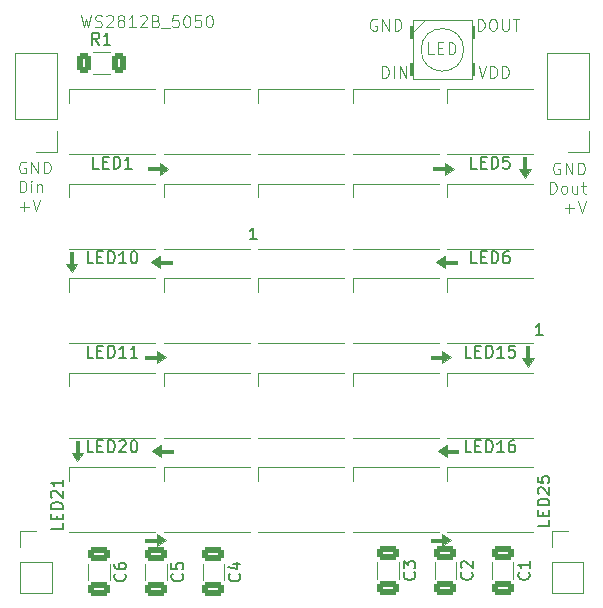
<source format=gto>
G04 #@! TF.GenerationSoftware,KiCad,Pcbnew,8.0.5*
G04 #@! TF.CreationDate,2024-11-25T19:05:47-05:00*
G04 #@! TF.ProjectId,Neo7SegmentMini,4e656f37-5365-4676-9d65-6e744d696e69,rev?*
G04 #@! TF.SameCoordinates,Original*
G04 #@! TF.FileFunction,Legend,Top*
G04 #@! TF.FilePolarity,Positive*
%FSLAX46Y46*%
G04 Gerber Fmt 4.6, Leading zero omitted, Abs format (unit mm)*
G04 Created by KiCad (PCBNEW 8.0.5) date 2024-11-25 19:05:47*
%MOMM*%
%LPD*%
G01*
G04 APERTURE LIST*
G04 Aperture macros list*
%AMRoundRect*
0 Rectangle with rounded corners*
0 $1 Rounding radius*
0 $2 $3 $4 $5 $6 $7 $8 $9 X,Y pos of 4 corners*
0 Add a 4 corners polygon primitive as box body*
4,1,4,$2,$3,$4,$5,$6,$7,$8,$9,$2,$3,0*
0 Add four circle primitives for the rounded corners*
1,1,$1+$1,$2,$3*
1,1,$1+$1,$4,$5*
1,1,$1+$1,$6,$7*
1,1,$1+$1,$8,$9*
0 Add four rect primitives between the rounded corners*
20,1,$1+$1,$2,$3,$4,$5,0*
20,1,$1+$1,$4,$5,$6,$7,0*
20,1,$1+$1,$6,$7,$8,$9,0*
20,1,$1+$1,$8,$9,$2,$3,0*%
G04 Aperture macros list end*
%ADD10C,0.100000*%
%ADD11C,0.150000*%
%ADD12C,0.120000*%
%ADD13R,2.800000X1.800000*%
%ADD14O,2.800000X1.800000*%
%ADD15RoundRect,0.250000X-0.650000X0.325000X-0.650000X-0.325000X0.650000X-0.325000X0.650000X0.325000X0*%
%ADD16R,1.500000X0.900000*%
%ADD17R,1.700000X1.700000*%
%ADD18O,1.700000X1.700000*%
%ADD19C,3.200000*%
%ADD20RoundRect,0.250000X-0.312500X-0.625000X0.312500X-0.625000X0.312500X0.625000X-0.312500X0.625000X0*%
G04 APERTURE END LIST*
D10*
X161100000Y-85750000D02*
X162100000Y-85750000D01*
X162100000Y-86000000D01*
X161100000Y-86000000D01*
X161100000Y-85750000D01*
G36*
X161100000Y-85750000D02*
G01*
X162100000Y-85750000D01*
X162100000Y-86000000D01*
X161100000Y-86000000D01*
X161100000Y-85750000D01*
G37*
X187400000Y-49400000D02*
X187400000Y-54400000D01*
X191875000Y-62750000D02*
X191375000Y-62000000D01*
X192375000Y-62000000D01*
X191875000Y-62750000D01*
G36*
X191875000Y-62750000D02*
G01*
X191375000Y-62000000D01*
X192375000Y-62000000D01*
X191875000Y-62750000D01*
G37*
X185250000Y-86375000D02*
X184500000Y-85875000D01*
X185250000Y-85375000D01*
X185250000Y-86375000D01*
G36*
X185250000Y-86375000D02*
G01*
X184500000Y-85875000D01*
X185250000Y-85375000D01*
X185250000Y-86375000D01*
G37*
X192125000Y-78750000D02*
X191625000Y-78000000D01*
X192625000Y-78000000D01*
X192125000Y-78750000D01*
G36*
X192125000Y-78750000D02*
G01*
X191625000Y-78000000D01*
X192625000Y-78000000D01*
X192125000Y-78750000D01*
G37*
X182400000Y-54400000D02*
X182400000Y-49400000D01*
X187400000Y-49900000D02*
X187600000Y-49900000D01*
X187600000Y-50900000D01*
X187400000Y-50900000D01*
X187400000Y-49900000D01*
G36*
X187400000Y-49900000D02*
G01*
X187600000Y-49900000D01*
X187600000Y-50900000D01*
X187400000Y-50900000D01*
X187400000Y-49900000D01*
G37*
X183400000Y-49400000D02*
X182400000Y-50400000D01*
X185150000Y-69750000D02*
X186150000Y-69750000D01*
X186150000Y-70000000D01*
X185150000Y-70000000D01*
X185150000Y-69750000D01*
G36*
X185150000Y-69750000D02*
G01*
X186150000Y-69750000D01*
X186150000Y-70000000D01*
X185150000Y-70000000D01*
X185150000Y-69750000D01*
G37*
X182400000Y-49400000D02*
X187400000Y-49400000D01*
X186702776Y-51900000D02*
G75*
G02*
X183097224Y-51900000I-1802776J0D01*
G01*
X183097224Y-51900000D02*
G75*
G02*
X186702776Y-51900000I1802776J0D01*
G01*
X185250000Y-85750000D02*
X186250000Y-85750000D01*
X186250000Y-86000000D01*
X185250000Y-86000000D01*
X185250000Y-85750000D01*
G36*
X185250000Y-85750000D02*
G01*
X186250000Y-85750000D01*
X186250000Y-86000000D01*
X185250000Y-86000000D01*
X185250000Y-85750000D01*
G37*
X185850000Y-61975000D02*
X185100000Y-62475000D01*
X185100000Y-61475000D01*
X185850000Y-61975000D01*
G36*
X185850000Y-61975000D02*
G01*
X185100000Y-62475000D01*
X185100000Y-61475000D01*
X185850000Y-61975000D01*
G37*
X154000000Y-86750000D02*
X153500000Y-86000000D01*
X154500000Y-86000000D01*
X154000000Y-86750000D01*
G36*
X154000000Y-86750000D02*
G01*
X153500000Y-86000000D01*
X154500000Y-86000000D01*
X154000000Y-86750000D01*
G37*
X185150000Y-70375000D02*
X184400000Y-69875000D01*
X185150000Y-69375000D01*
X185150000Y-70375000D01*
G36*
X185150000Y-70375000D02*
G01*
X184400000Y-69875000D01*
X185150000Y-69375000D01*
X185150000Y-70375000D01*
G37*
X161000000Y-70375000D02*
X160250000Y-69875000D01*
X161000000Y-69375000D01*
X161000000Y-70375000D01*
G36*
X161000000Y-70375000D02*
G01*
X160250000Y-69875000D01*
X161000000Y-69375000D01*
X161000000Y-70375000D01*
G37*
X182200000Y-49900000D02*
X182400000Y-49900000D01*
X182400000Y-50900000D01*
X182200000Y-50900000D01*
X182200000Y-49900000D01*
G36*
X182200000Y-49900000D02*
G01*
X182400000Y-49900000D01*
X182400000Y-50900000D01*
X182200000Y-50900000D01*
X182200000Y-49900000D01*
G37*
X153875000Y-85000000D02*
X154125000Y-85000000D01*
X154125000Y-86000000D01*
X153875000Y-86000000D01*
X153875000Y-85000000D01*
G36*
X153875000Y-85000000D02*
G01*
X154125000Y-85000000D01*
X154125000Y-86000000D01*
X153875000Y-86000000D01*
X153875000Y-85000000D01*
G37*
X187400000Y-53000000D02*
X187600000Y-53000000D01*
X187600000Y-54000000D01*
X187400000Y-54000000D01*
X187400000Y-53000000D01*
G36*
X187400000Y-53000000D02*
G01*
X187600000Y-53000000D01*
X187600000Y-54000000D01*
X187400000Y-54000000D01*
X187400000Y-53000000D01*
G37*
X159950000Y-61850000D02*
X160950000Y-61850000D01*
X160950000Y-62100000D01*
X159950000Y-62100000D01*
X159950000Y-61850000D01*
G36*
X159950000Y-61850000D02*
G01*
X160950000Y-61850000D01*
X160950000Y-62100000D01*
X159950000Y-62100000D01*
X159950000Y-61850000D01*
G37*
X184100000Y-61850000D02*
X185100000Y-61850000D01*
X185100000Y-62100000D01*
X184100000Y-62100000D01*
X184100000Y-61850000D01*
G36*
X184100000Y-61850000D02*
G01*
X185100000Y-61850000D01*
X185100000Y-62100000D01*
X184100000Y-62100000D01*
X184100000Y-61850000D01*
G37*
X192000000Y-77000000D02*
X192250000Y-77000000D01*
X192250000Y-78000000D01*
X192000000Y-78000000D01*
X192000000Y-77000000D01*
G36*
X192000000Y-77000000D02*
G01*
X192250000Y-77000000D01*
X192250000Y-78000000D01*
X192000000Y-78000000D01*
X192000000Y-77000000D01*
G37*
X161000000Y-69750000D02*
X162000000Y-69750000D01*
X162000000Y-70000000D01*
X161000000Y-70000000D01*
X161000000Y-69750000D01*
G36*
X161000000Y-69750000D02*
G01*
X162000000Y-69750000D01*
X162000000Y-70000000D01*
X161000000Y-70000000D01*
X161000000Y-69750000D01*
G37*
X183900000Y-77800000D02*
X184900000Y-77800000D01*
X184900000Y-78050000D01*
X183900000Y-78050000D01*
X183900000Y-77800000D01*
G36*
X183900000Y-77800000D02*
G01*
X184900000Y-77800000D01*
X184900000Y-78050000D01*
X183900000Y-78050000D01*
X183900000Y-77800000D01*
G37*
X161100000Y-86375000D02*
X160350000Y-85875000D01*
X161100000Y-85375000D01*
X161100000Y-86375000D01*
G36*
X161100000Y-86375000D02*
G01*
X160350000Y-85875000D01*
X161100000Y-85375000D01*
X161100000Y-86375000D01*
G37*
X183900000Y-93300000D02*
X184900000Y-93300000D01*
X184900000Y-93550000D01*
X183900000Y-93550000D01*
X183900000Y-93300000D01*
G36*
X183900000Y-93300000D02*
G01*
X184900000Y-93300000D01*
X184900000Y-93550000D01*
X183900000Y-93550000D01*
X183900000Y-93300000D01*
G37*
X182200000Y-53000000D02*
X182400000Y-53000000D01*
X182400000Y-54000000D01*
X182200000Y-54000000D01*
X182200000Y-53000000D01*
G36*
X182200000Y-53000000D02*
G01*
X182400000Y-53000000D01*
X182400000Y-54000000D01*
X182200000Y-54000000D01*
X182200000Y-53000000D01*
G37*
X159750000Y-93300000D02*
X160750000Y-93300000D01*
X160750000Y-93550000D01*
X159750000Y-93550000D01*
X159750000Y-93300000D01*
G36*
X159750000Y-93300000D02*
G01*
X160750000Y-93300000D01*
X160750000Y-93550000D01*
X159750000Y-93550000D01*
X159750000Y-93300000D01*
G37*
X153375000Y-69000000D02*
X153625000Y-69000000D01*
X153625000Y-70000000D01*
X153375000Y-70000000D01*
X153375000Y-69000000D01*
G36*
X153375000Y-69000000D02*
G01*
X153625000Y-69000000D01*
X153625000Y-70000000D01*
X153375000Y-70000000D01*
X153375000Y-69000000D01*
G37*
X185650000Y-93425000D02*
X184900000Y-93925000D01*
X184900000Y-92925000D01*
X185650000Y-93425000D01*
G36*
X185650000Y-93425000D02*
G01*
X184900000Y-93925000D01*
X184900000Y-92925000D01*
X185650000Y-93425000D01*
G37*
X153500000Y-70750000D02*
X153000000Y-70000000D01*
X154000000Y-70000000D01*
X153500000Y-70750000D01*
G36*
X153500000Y-70750000D02*
G01*
X153000000Y-70000000D01*
X154000000Y-70000000D01*
X153500000Y-70750000D01*
G37*
X161500000Y-77925000D02*
X160750000Y-78425000D01*
X160750000Y-77425000D01*
X161500000Y-77925000D01*
G36*
X161500000Y-77925000D02*
G01*
X160750000Y-78425000D01*
X160750000Y-77425000D01*
X161500000Y-77925000D01*
G37*
X159750000Y-77800000D02*
X160750000Y-77800000D01*
X160750000Y-78050000D01*
X159750000Y-78050000D01*
X159750000Y-77800000D01*
G36*
X159750000Y-77800000D02*
G01*
X160750000Y-77800000D01*
X160750000Y-78050000D01*
X159750000Y-78050000D01*
X159750000Y-77800000D01*
G37*
X161500000Y-93425000D02*
X160750000Y-93925000D01*
X160750000Y-92925000D01*
X161500000Y-93425000D01*
G36*
X161500000Y-93425000D02*
G01*
X160750000Y-93925000D01*
X160750000Y-92925000D01*
X161500000Y-93425000D01*
G37*
X187400000Y-54400000D02*
X182400000Y-54400000D01*
X161700000Y-61975000D02*
X160950000Y-62475000D01*
X160950000Y-61475000D01*
X161700000Y-61975000D01*
G36*
X161700000Y-61975000D02*
G01*
X160950000Y-62475000D01*
X160950000Y-61475000D01*
X161700000Y-61975000D01*
G37*
X191750000Y-61000000D02*
X192000000Y-61000000D01*
X192000000Y-62000000D01*
X191750000Y-62000000D01*
X191750000Y-61000000D01*
G36*
X191750000Y-61000000D02*
G01*
X192000000Y-61000000D01*
X192000000Y-62000000D01*
X191750000Y-62000000D01*
X191750000Y-61000000D01*
G37*
X185650000Y-77925000D02*
X184900000Y-78425000D01*
X184900000Y-77425000D01*
X185650000Y-77925000D01*
G36*
X185650000Y-77925000D02*
G01*
X184900000Y-78425000D01*
X184900000Y-77425000D01*
X185650000Y-77925000D01*
G37*
X187961027Y-53272419D02*
X188294360Y-54272419D01*
X188294360Y-54272419D02*
X188627693Y-53272419D01*
X188961027Y-54272419D02*
X188961027Y-53272419D01*
X188961027Y-53272419D02*
X189199122Y-53272419D01*
X189199122Y-53272419D02*
X189341979Y-53320038D01*
X189341979Y-53320038D02*
X189437217Y-53415276D01*
X189437217Y-53415276D02*
X189484836Y-53510514D01*
X189484836Y-53510514D02*
X189532455Y-53700990D01*
X189532455Y-53700990D02*
X189532455Y-53843847D01*
X189532455Y-53843847D02*
X189484836Y-54034323D01*
X189484836Y-54034323D02*
X189437217Y-54129561D01*
X189437217Y-54129561D02*
X189341979Y-54224800D01*
X189341979Y-54224800D02*
X189199122Y-54272419D01*
X189199122Y-54272419D02*
X188961027Y-54272419D01*
X189961027Y-54272419D02*
X189961027Y-53272419D01*
X189961027Y-53272419D02*
X190199122Y-53272419D01*
X190199122Y-53272419D02*
X190341979Y-53320038D01*
X190341979Y-53320038D02*
X190437217Y-53415276D01*
X190437217Y-53415276D02*
X190484836Y-53510514D01*
X190484836Y-53510514D02*
X190532455Y-53700990D01*
X190532455Y-53700990D02*
X190532455Y-53843847D01*
X190532455Y-53843847D02*
X190484836Y-54034323D01*
X190484836Y-54034323D02*
X190437217Y-54129561D01*
X190437217Y-54129561D02*
X190341979Y-54224800D01*
X190341979Y-54224800D02*
X190199122Y-54272419D01*
X190199122Y-54272419D02*
X189961027Y-54272419D01*
X187903884Y-50272419D02*
X187903884Y-49272419D01*
X187903884Y-49272419D02*
X188141979Y-49272419D01*
X188141979Y-49272419D02*
X188284836Y-49320038D01*
X188284836Y-49320038D02*
X188380074Y-49415276D01*
X188380074Y-49415276D02*
X188427693Y-49510514D01*
X188427693Y-49510514D02*
X188475312Y-49700990D01*
X188475312Y-49700990D02*
X188475312Y-49843847D01*
X188475312Y-49843847D02*
X188427693Y-50034323D01*
X188427693Y-50034323D02*
X188380074Y-50129561D01*
X188380074Y-50129561D02*
X188284836Y-50224800D01*
X188284836Y-50224800D02*
X188141979Y-50272419D01*
X188141979Y-50272419D02*
X187903884Y-50272419D01*
X189094360Y-49272419D02*
X189284836Y-49272419D01*
X189284836Y-49272419D02*
X189380074Y-49320038D01*
X189380074Y-49320038D02*
X189475312Y-49415276D01*
X189475312Y-49415276D02*
X189522931Y-49605752D01*
X189522931Y-49605752D02*
X189522931Y-49939085D01*
X189522931Y-49939085D02*
X189475312Y-50129561D01*
X189475312Y-50129561D02*
X189380074Y-50224800D01*
X189380074Y-50224800D02*
X189284836Y-50272419D01*
X189284836Y-50272419D02*
X189094360Y-50272419D01*
X189094360Y-50272419D02*
X188999122Y-50224800D01*
X188999122Y-50224800D02*
X188903884Y-50129561D01*
X188903884Y-50129561D02*
X188856265Y-49939085D01*
X188856265Y-49939085D02*
X188856265Y-49605752D01*
X188856265Y-49605752D02*
X188903884Y-49415276D01*
X188903884Y-49415276D02*
X188999122Y-49320038D01*
X188999122Y-49320038D02*
X189094360Y-49272419D01*
X189951503Y-49272419D02*
X189951503Y-50081942D01*
X189951503Y-50081942D02*
X189999122Y-50177180D01*
X189999122Y-50177180D02*
X190046741Y-50224800D01*
X190046741Y-50224800D02*
X190141979Y-50272419D01*
X190141979Y-50272419D02*
X190332455Y-50272419D01*
X190332455Y-50272419D02*
X190427693Y-50224800D01*
X190427693Y-50224800D02*
X190475312Y-50177180D01*
X190475312Y-50177180D02*
X190522931Y-50081942D01*
X190522931Y-50081942D02*
X190522931Y-49272419D01*
X190856265Y-49272419D02*
X191427693Y-49272419D01*
X191141979Y-50272419D02*
X191141979Y-49272419D01*
X149627693Y-61400150D02*
X149532455Y-61352531D01*
X149532455Y-61352531D02*
X149389598Y-61352531D01*
X149389598Y-61352531D02*
X149246741Y-61400150D01*
X149246741Y-61400150D02*
X149151503Y-61495388D01*
X149151503Y-61495388D02*
X149103884Y-61590626D01*
X149103884Y-61590626D02*
X149056265Y-61781102D01*
X149056265Y-61781102D02*
X149056265Y-61923959D01*
X149056265Y-61923959D02*
X149103884Y-62114435D01*
X149103884Y-62114435D02*
X149151503Y-62209673D01*
X149151503Y-62209673D02*
X149246741Y-62304912D01*
X149246741Y-62304912D02*
X149389598Y-62352531D01*
X149389598Y-62352531D02*
X149484836Y-62352531D01*
X149484836Y-62352531D02*
X149627693Y-62304912D01*
X149627693Y-62304912D02*
X149675312Y-62257292D01*
X149675312Y-62257292D02*
X149675312Y-61923959D01*
X149675312Y-61923959D02*
X149484836Y-61923959D01*
X150103884Y-62352531D02*
X150103884Y-61352531D01*
X150103884Y-61352531D02*
X150675312Y-62352531D01*
X150675312Y-62352531D02*
X150675312Y-61352531D01*
X151151503Y-62352531D02*
X151151503Y-61352531D01*
X151151503Y-61352531D02*
X151389598Y-61352531D01*
X151389598Y-61352531D02*
X151532455Y-61400150D01*
X151532455Y-61400150D02*
X151627693Y-61495388D01*
X151627693Y-61495388D02*
X151675312Y-61590626D01*
X151675312Y-61590626D02*
X151722931Y-61781102D01*
X151722931Y-61781102D02*
X151722931Y-61923959D01*
X151722931Y-61923959D02*
X151675312Y-62114435D01*
X151675312Y-62114435D02*
X151627693Y-62209673D01*
X151627693Y-62209673D02*
X151532455Y-62304912D01*
X151532455Y-62304912D02*
X151389598Y-62352531D01*
X151389598Y-62352531D02*
X151151503Y-62352531D01*
X149103884Y-63962475D02*
X149103884Y-62962475D01*
X149103884Y-62962475D02*
X149341979Y-62962475D01*
X149341979Y-62962475D02*
X149484836Y-63010094D01*
X149484836Y-63010094D02*
X149580074Y-63105332D01*
X149580074Y-63105332D02*
X149627693Y-63200570D01*
X149627693Y-63200570D02*
X149675312Y-63391046D01*
X149675312Y-63391046D02*
X149675312Y-63533903D01*
X149675312Y-63533903D02*
X149627693Y-63724379D01*
X149627693Y-63724379D02*
X149580074Y-63819617D01*
X149580074Y-63819617D02*
X149484836Y-63914856D01*
X149484836Y-63914856D02*
X149341979Y-63962475D01*
X149341979Y-63962475D02*
X149103884Y-63962475D01*
X150103884Y-63962475D02*
X150103884Y-63295808D01*
X150103884Y-62962475D02*
X150056265Y-63010094D01*
X150056265Y-63010094D02*
X150103884Y-63057713D01*
X150103884Y-63057713D02*
X150151503Y-63010094D01*
X150151503Y-63010094D02*
X150103884Y-62962475D01*
X150103884Y-62962475D02*
X150103884Y-63057713D01*
X150580074Y-63295808D02*
X150580074Y-63962475D01*
X150580074Y-63391046D02*
X150627693Y-63343427D01*
X150627693Y-63343427D02*
X150722931Y-63295808D01*
X150722931Y-63295808D02*
X150865788Y-63295808D01*
X150865788Y-63295808D02*
X150961026Y-63343427D01*
X150961026Y-63343427D02*
X151008645Y-63438665D01*
X151008645Y-63438665D02*
X151008645Y-63962475D01*
X149103884Y-65191466D02*
X149865789Y-65191466D01*
X149484836Y-65572419D02*
X149484836Y-64810514D01*
X150199122Y-64572419D02*
X150532455Y-65572419D01*
X150532455Y-65572419D02*
X150865788Y-64572419D01*
X179327693Y-49320038D02*
X179232455Y-49272419D01*
X179232455Y-49272419D02*
X179089598Y-49272419D01*
X179089598Y-49272419D02*
X178946741Y-49320038D01*
X178946741Y-49320038D02*
X178851503Y-49415276D01*
X178851503Y-49415276D02*
X178803884Y-49510514D01*
X178803884Y-49510514D02*
X178756265Y-49700990D01*
X178756265Y-49700990D02*
X178756265Y-49843847D01*
X178756265Y-49843847D02*
X178803884Y-50034323D01*
X178803884Y-50034323D02*
X178851503Y-50129561D01*
X178851503Y-50129561D02*
X178946741Y-50224800D01*
X178946741Y-50224800D02*
X179089598Y-50272419D01*
X179089598Y-50272419D02*
X179184836Y-50272419D01*
X179184836Y-50272419D02*
X179327693Y-50224800D01*
X179327693Y-50224800D02*
X179375312Y-50177180D01*
X179375312Y-50177180D02*
X179375312Y-49843847D01*
X179375312Y-49843847D02*
X179184836Y-49843847D01*
X179803884Y-50272419D02*
X179803884Y-49272419D01*
X179803884Y-49272419D02*
X180375312Y-50272419D01*
X180375312Y-50272419D02*
X180375312Y-49272419D01*
X180851503Y-50272419D02*
X180851503Y-49272419D01*
X180851503Y-49272419D02*
X181089598Y-49272419D01*
X181089598Y-49272419D02*
X181232455Y-49320038D01*
X181232455Y-49320038D02*
X181327693Y-49415276D01*
X181327693Y-49415276D02*
X181375312Y-49510514D01*
X181375312Y-49510514D02*
X181422931Y-49700990D01*
X181422931Y-49700990D02*
X181422931Y-49843847D01*
X181422931Y-49843847D02*
X181375312Y-50034323D01*
X181375312Y-50034323D02*
X181327693Y-50129561D01*
X181327693Y-50129561D02*
X181232455Y-50224800D01*
X181232455Y-50224800D02*
X181089598Y-50272419D01*
X181089598Y-50272419D02*
X180851503Y-50272419D01*
D11*
X169185714Y-67954819D02*
X168614286Y-67954819D01*
X168900000Y-67954819D02*
X168900000Y-66954819D01*
X168900000Y-66954819D02*
X168804762Y-67097676D01*
X168804762Y-67097676D02*
X168709524Y-67192914D01*
X168709524Y-67192914D02*
X168614286Y-67240533D01*
D10*
X194848496Y-61500150D02*
X194753258Y-61452531D01*
X194753258Y-61452531D02*
X194610401Y-61452531D01*
X194610401Y-61452531D02*
X194467544Y-61500150D01*
X194467544Y-61500150D02*
X194372306Y-61595388D01*
X194372306Y-61595388D02*
X194324687Y-61690626D01*
X194324687Y-61690626D02*
X194277068Y-61881102D01*
X194277068Y-61881102D02*
X194277068Y-62023959D01*
X194277068Y-62023959D02*
X194324687Y-62214435D01*
X194324687Y-62214435D02*
X194372306Y-62309673D01*
X194372306Y-62309673D02*
X194467544Y-62404912D01*
X194467544Y-62404912D02*
X194610401Y-62452531D01*
X194610401Y-62452531D02*
X194705639Y-62452531D01*
X194705639Y-62452531D02*
X194848496Y-62404912D01*
X194848496Y-62404912D02*
X194896115Y-62357292D01*
X194896115Y-62357292D02*
X194896115Y-62023959D01*
X194896115Y-62023959D02*
X194705639Y-62023959D01*
X195324687Y-62452531D02*
X195324687Y-61452531D01*
X195324687Y-61452531D02*
X195896115Y-62452531D01*
X195896115Y-62452531D02*
X195896115Y-61452531D01*
X196372306Y-62452531D02*
X196372306Y-61452531D01*
X196372306Y-61452531D02*
X196610401Y-61452531D01*
X196610401Y-61452531D02*
X196753258Y-61500150D01*
X196753258Y-61500150D02*
X196848496Y-61595388D01*
X196848496Y-61595388D02*
X196896115Y-61690626D01*
X196896115Y-61690626D02*
X196943734Y-61881102D01*
X196943734Y-61881102D02*
X196943734Y-62023959D01*
X196943734Y-62023959D02*
X196896115Y-62214435D01*
X196896115Y-62214435D02*
X196848496Y-62309673D01*
X196848496Y-62309673D02*
X196753258Y-62404912D01*
X196753258Y-62404912D02*
X196610401Y-62452531D01*
X196610401Y-62452531D02*
X196372306Y-62452531D01*
X193991353Y-64062475D02*
X193991353Y-63062475D01*
X193991353Y-63062475D02*
X194229448Y-63062475D01*
X194229448Y-63062475D02*
X194372305Y-63110094D01*
X194372305Y-63110094D02*
X194467543Y-63205332D01*
X194467543Y-63205332D02*
X194515162Y-63300570D01*
X194515162Y-63300570D02*
X194562781Y-63491046D01*
X194562781Y-63491046D02*
X194562781Y-63633903D01*
X194562781Y-63633903D02*
X194515162Y-63824379D01*
X194515162Y-63824379D02*
X194467543Y-63919617D01*
X194467543Y-63919617D02*
X194372305Y-64014856D01*
X194372305Y-64014856D02*
X194229448Y-64062475D01*
X194229448Y-64062475D02*
X193991353Y-64062475D01*
X195134210Y-64062475D02*
X195038972Y-64014856D01*
X195038972Y-64014856D02*
X194991353Y-63967236D01*
X194991353Y-63967236D02*
X194943734Y-63871998D01*
X194943734Y-63871998D02*
X194943734Y-63586284D01*
X194943734Y-63586284D02*
X194991353Y-63491046D01*
X194991353Y-63491046D02*
X195038972Y-63443427D01*
X195038972Y-63443427D02*
X195134210Y-63395808D01*
X195134210Y-63395808D02*
X195277067Y-63395808D01*
X195277067Y-63395808D02*
X195372305Y-63443427D01*
X195372305Y-63443427D02*
X195419924Y-63491046D01*
X195419924Y-63491046D02*
X195467543Y-63586284D01*
X195467543Y-63586284D02*
X195467543Y-63871998D01*
X195467543Y-63871998D02*
X195419924Y-63967236D01*
X195419924Y-63967236D02*
X195372305Y-64014856D01*
X195372305Y-64014856D02*
X195277067Y-64062475D01*
X195277067Y-64062475D02*
X195134210Y-64062475D01*
X196324686Y-63395808D02*
X196324686Y-64062475D01*
X195896115Y-63395808D02*
X195896115Y-63919617D01*
X195896115Y-63919617D02*
X195943734Y-64014856D01*
X195943734Y-64014856D02*
X196038972Y-64062475D01*
X196038972Y-64062475D02*
X196181829Y-64062475D01*
X196181829Y-64062475D02*
X196277067Y-64014856D01*
X196277067Y-64014856D02*
X196324686Y-63967236D01*
X196658020Y-63395808D02*
X197038972Y-63395808D01*
X196800877Y-63062475D02*
X196800877Y-63919617D01*
X196800877Y-63919617D02*
X196848496Y-64014856D01*
X196848496Y-64014856D02*
X196943734Y-64062475D01*
X196943734Y-64062475D02*
X197038972Y-64062475D01*
X195277068Y-65291466D02*
X196038973Y-65291466D01*
X195658020Y-65672419D02*
X195658020Y-64910514D01*
X196372306Y-64672419D02*
X196705639Y-65672419D01*
X196705639Y-65672419D02*
X197038972Y-64672419D01*
X154308646Y-48972419D02*
X154546741Y-49972419D01*
X154546741Y-49972419D02*
X154737217Y-49258133D01*
X154737217Y-49258133D02*
X154927693Y-49972419D01*
X154927693Y-49972419D02*
X155165789Y-48972419D01*
X155499122Y-49924800D02*
X155641979Y-49972419D01*
X155641979Y-49972419D02*
X155880074Y-49972419D01*
X155880074Y-49972419D02*
X155975312Y-49924800D01*
X155975312Y-49924800D02*
X156022931Y-49877180D01*
X156022931Y-49877180D02*
X156070550Y-49781942D01*
X156070550Y-49781942D02*
X156070550Y-49686704D01*
X156070550Y-49686704D02*
X156022931Y-49591466D01*
X156022931Y-49591466D02*
X155975312Y-49543847D01*
X155975312Y-49543847D02*
X155880074Y-49496228D01*
X155880074Y-49496228D02*
X155689598Y-49448609D01*
X155689598Y-49448609D02*
X155594360Y-49400990D01*
X155594360Y-49400990D02*
X155546741Y-49353371D01*
X155546741Y-49353371D02*
X155499122Y-49258133D01*
X155499122Y-49258133D02*
X155499122Y-49162895D01*
X155499122Y-49162895D02*
X155546741Y-49067657D01*
X155546741Y-49067657D02*
X155594360Y-49020038D01*
X155594360Y-49020038D02*
X155689598Y-48972419D01*
X155689598Y-48972419D02*
X155927693Y-48972419D01*
X155927693Y-48972419D02*
X156070550Y-49020038D01*
X156451503Y-49067657D02*
X156499122Y-49020038D01*
X156499122Y-49020038D02*
X156594360Y-48972419D01*
X156594360Y-48972419D02*
X156832455Y-48972419D01*
X156832455Y-48972419D02*
X156927693Y-49020038D01*
X156927693Y-49020038D02*
X156975312Y-49067657D01*
X156975312Y-49067657D02*
X157022931Y-49162895D01*
X157022931Y-49162895D02*
X157022931Y-49258133D01*
X157022931Y-49258133D02*
X156975312Y-49400990D01*
X156975312Y-49400990D02*
X156403884Y-49972419D01*
X156403884Y-49972419D02*
X157022931Y-49972419D01*
X157594360Y-49400990D02*
X157499122Y-49353371D01*
X157499122Y-49353371D02*
X157451503Y-49305752D01*
X157451503Y-49305752D02*
X157403884Y-49210514D01*
X157403884Y-49210514D02*
X157403884Y-49162895D01*
X157403884Y-49162895D02*
X157451503Y-49067657D01*
X157451503Y-49067657D02*
X157499122Y-49020038D01*
X157499122Y-49020038D02*
X157594360Y-48972419D01*
X157594360Y-48972419D02*
X157784836Y-48972419D01*
X157784836Y-48972419D02*
X157880074Y-49020038D01*
X157880074Y-49020038D02*
X157927693Y-49067657D01*
X157927693Y-49067657D02*
X157975312Y-49162895D01*
X157975312Y-49162895D02*
X157975312Y-49210514D01*
X157975312Y-49210514D02*
X157927693Y-49305752D01*
X157927693Y-49305752D02*
X157880074Y-49353371D01*
X157880074Y-49353371D02*
X157784836Y-49400990D01*
X157784836Y-49400990D02*
X157594360Y-49400990D01*
X157594360Y-49400990D02*
X157499122Y-49448609D01*
X157499122Y-49448609D02*
X157451503Y-49496228D01*
X157451503Y-49496228D02*
X157403884Y-49591466D01*
X157403884Y-49591466D02*
X157403884Y-49781942D01*
X157403884Y-49781942D02*
X157451503Y-49877180D01*
X157451503Y-49877180D02*
X157499122Y-49924800D01*
X157499122Y-49924800D02*
X157594360Y-49972419D01*
X157594360Y-49972419D02*
X157784836Y-49972419D01*
X157784836Y-49972419D02*
X157880074Y-49924800D01*
X157880074Y-49924800D02*
X157927693Y-49877180D01*
X157927693Y-49877180D02*
X157975312Y-49781942D01*
X157975312Y-49781942D02*
X157975312Y-49591466D01*
X157975312Y-49591466D02*
X157927693Y-49496228D01*
X157927693Y-49496228D02*
X157880074Y-49448609D01*
X157880074Y-49448609D02*
X157784836Y-49400990D01*
X158927693Y-49972419D02*
X158356265Y-49972419D01*
X158641979Y-49972419D02*
X158641979Y-48972419D01*
X158641979Y-48972419D02*
X158546741Y-49115276D01*
X158546741Y-49115276D02*
X158451503Y-49210514D01*
X158451503Y-49210514D02*
X158356265Y-49258133D01*
X159308646Y-49067657D02*
X159356265Y-49020038D01*
X159356265Y-49020038D02*
X159451503Y-48972419D01*
X159451503Y-48972419D02*
X159689598Y-48972419D01*
X159689598Y-48972419D02*
X159784836Y-49020038D01*
X159784836Y-49020038D02*
X159832455Y-49067657D01*
X159832455Y-49067657D02*
X159880074Y-49162895D01*
X159880074Y-49162895D02*
X159880074Y-49258133D01*
X159880074Y-49258133D02*
X159832455Y-49400990D01*
X159832455Y-49400990D02*
X159261027Y-49972419D01*
X159261027Y-49972419D02*
X159880074Y-49972419D01*
X160641979Y-49448609D02*
X160784836Y-49496228D01*
X160784836Y-49496228D02*
X160832455Y-49543847D01*
X160832455Y-49543847D02*
X160880074Y-49639085D01*
X160880074Y-49639085D02*
X160880074Y-49781942D01*
X160880074Y-49781942D02*
X160832455Y-49877180D01*
X160832455Y-49877180D02*
X160784836Y-49924800D01*
X160784836Y-49924800D02*
X160689598Y-49972419D01*
X160689598Y-49972419D02*
X160308646Y-49972419D01*
X160308646Y-49972419D02*
X160308646Y-48972419D01*
X160308646Y-48972419D02*
X160641979Y-48972419D01*
X160641979Y-48972419D02*
X160737217Y-49020038D01*
X160737217Y-49020038D02*
X160784836Y-49067657D01*
X160784836Y-49067657D02*
X160832455Y-49162895D01*
X160832455Y-49162895D02*
X160832455Y-49258133D01*
X160832455Y-49258133D02*
X160784836Y-49353371D01*
X160784836Y-49353371D02*
X160737217Y-49400990D01*
X160737217Y-49400990D02*
X160641979Y-49448609D01*
X160641979Y-49448609D02*
X160308646Y-49448609D01*
X161070551Y-50067657D02*
X161832455Y-50067657D01*
X162546741Y-48972419D02*
X162070551Y-48972419D01*
X162070551Y-48972419D02*
X162022932Y-49448609D01*
X162022932Y-49448609D02*
X162070551Y-49400990D01*
X162070551Y-49400990D02*
X162165789Y-49353371D01*
X162165789Y-49353371D02*
X162403884Y-49353371D01*
X162403884Y-49353371D02*
X162499122Y-49400990D01*
X162499122Y-49400990D02*
X162546741Y-49448609D01*
X162546741Y-49448609D02*
X162594360Y-49543847D01*
X162594360Y-49543847D02*
X162594360Y-49781942D01*
X162594360Y-49781942D02*
X162546741Y-49877180D01*
X162546741Y-49877180D02*
X162499122Y-49924800D01*
X162499122Y-49924800D02*
X162403884Y-49972419D01*
X162403884Y-49972419D02*
X162165789Y-49972419D01*
X162165789Y-49972419D02*
X162070551Y-49924800D01*
X162070551Y-49924800D02*
X162022932Y-49877180D01*
X163213408Y-48972419D02*
X163308646Y-48972419D01*
X163308646Y-48972419D02*
X163403884Y-49020038D01*
X163403884Y-49020038D02*
X163451503Y-49067657D01*
X163451503Y-49067657D02*
X163499122Y-49162895D01*
X163499122Y-49162895D02*
X163546741Y-49353371D01*
X163546741Y-49353371D02*
X163546741Y-49591466D01*
X163546741Y-49591466D02*
X163499122Y-49781942D01*
X163499122Y-49781942D02*
X163451503Y-49877180D01*
X163451503Y-49877180D02*
X163403884Y-49924800D01*
X163403884Y-49924800D02*
X163308646Y-49972419D01*
X163308646Y-49972419D02*
X163213408Y-49972419D01*
X163213408Y-49972419D02*
X163118170Y-49924800D01*
X163118170Y-49924800D02*
X163070551Y-49877180D01*
X163070551Y-49877180D02*
X163022932Y-49781942D01*
X163022932Y-49781942D02*
X162975313Y-49591466D01*
X162975313Y-49591466D02*
X162975313Y-49353371D01*
X162975313Y-49353371D02*
X163022932Y-49162895D01*
X163022932Y-49162895D02*
X163070551Y-49067657D01*
X163070551Y-49067657D02*
X163118170Y-49020038D01*
X163118170Y-49020038D02*
X163213408Y-48972419D01*
X164451503Y-48972419D02*
X163975313Y-48972419D01*
X163975313Y-48972419D02*
X163927694Y-49448609D01*
X163927694Y-49448609D02*
X163975313Y-49400990D01*
X163975313Y-49400990D02*
X164070551Y-49353371D01*
X164070551Y-49353371D02*
X164308646Y-49353371D01*
X164308646Y-49353371D02*
X164403884Y-49400990D01*
X164403884Y-49400990D02*
X164451503Y-49448609D01*
X164451503Y-49448609D02*
X164499122Y-49543847D01*
X164499122Y-49543847D02*
X164499122Y-49781942D01*
X164499122Y-49781942D02*
X164451503Y-49877180D01*
X164451503Y-49877180D02*
X164403884Y-49924800D01*
X164403884Y-49924800D02*
X164308646Y-49972419D01*
X164308646Y-49972419D02*
X164070551Y-49972419D01*
X164070551Y-49972419D02*
X163975313Y-49924800D01*
X163975313Y-49924800D02*
X163927694Y-49877180D01*
X165118170Y-48972419D02*
X165213408Y-48972419D01*
X165213408Y-48972419D02*
X165308646Y-49020038D01*
X165308646Y-49020038D02*
X165356265Y-49067657D01*
X165356265Y-49067657D02*
X165403884Y-49162895D01*
X165403884Y-49162895D02*
X165451503Y-49353371D01*
X165451503Y-49353371D02*
X165451503Y-49591466D01*
X165451503Y-49591466D02*
X165403884Y-49781942D01*
X165403884Y-49781942D02*
X165356265Y-49877180D01*
X165356265Y-49877180D02*
X165308646Y-49924800D01*
X165308646Y-49924800D02*
X165213408Y-49972419D01*
X165213408Y-49972419D02*
X165118170Y-49972419D01*
X165118170Y-49972419D02*
X165022932Y-49924800D01*
X165022932Y-49924800D02*
X164975313Y-49877180D01*
X164975313Y-49877180D02*
X164927694Y-49781942D01*
X164927694Y-49781942D02*
X164880075Y-49591466D01*
X164880075Y-49591466D02*
X164880075Y-49353371D01*
X164880075Y-49353371D02*
X164927694Y-49162895D01*
X164927694Y-49162895D02*
X164975313Y-49067657D01*
X164975313Y-49067657D02*
X165022932Y-49020038D01*
X165022932Y-49020038D02*
X165118170Y-48972419D01*
X184180074Y-52272419D02*
X183703884Y-52272419D01*
X183703884Y-52272419D02*
X183703884Y-51272419D01*
X184513408Y-51748609D02*
X184846741Y-51748609D01*
X184989598Y-52272419D02*
X184513408Y-52272419D01*
X184513408Y-52272419D02*
X184513408Y-51272419D01*
X184513408Y-51272419D02*
X184989598Y-51272419D01*
X185418170Y-52272419D02*
X185418170Y-51272419D01*
X185418170Y-51272419D02*
X185656265Y-51272419D01*
X185656265Y-51272419D02*
X185799122Y-51320038D01*
X185799122Y-51320038D02*
X185894360Y-51415276D01*
X185894360Y-51415276D02*
X185941979Y-51510514D01*
X185941979Y-51510514D02*
X185989598Y-51700990D01*
X185989598Y-51700990D02*
X185989598Y-51843847D01*
X185989598Y-51843847D02*
X185941979Y-52034323D01*
X185941979Y-52034323D02*
X185894360Y-52129561D01*
X185894360Y-52129561D02*
X185799122Y-52224800D01*
X185799122Y-52224800D02*
X185656265Y-52272419D01*
X185656265Y-52272419D02*
X185418170Y-52272419D01*
X179803884Y-54272419D02*
X179803884Y-53272419D01*
X179803884Y-53272419D02*
X180041979Y-53272419D01*
X180041979Y-53272419D02*
X180184836Y-53320038D01*
X180184836Y-53320038D02*
X180280074Y-53415276D01*
X180280074Y-53415276D02*
X180327693Y-53510514D01*
X180327693Y-53510514D02*
X180375312Y-53700990D01*
X180375312Y-53700990D02*
X180375312Y-53843847D01*
X180375312Y-53843847D02*
X180327693Y-54034323D01*
X180327693Y-54034323D02*
X180280074Y-54129561D01*
X180280074Y-54129561D02*
X180184836Y-54224800D01*
X180184836Y-54224800D02*
X180041979Y-54272419D01*
X180041979Y-54272419D02*
X179803884Y-54272419D01*
X180803884Y-54272419D02*
X180803884Y-53272419D01*
X181280074Y-54272419D02*
X181280074Y-53272419D01*
X181280074Y-53272419D02*
X181851502Y-54272419D01*
X181851502Y-54272419D02*
X181851502Y-53272419D01*
D11*
X167709580Y-96266666D02*
X167757200Y-96314285D01*
X167757200Y-96314285D02*
X167804819Y-96457142D01*
X167804819Y-96457142D02*
X167804819Y-96552380D01*
X167804819Y-96552380D02*
X167757200Y-96695237D01*
X167757200Y-96695237D02*
X167661961Y-96790475D01*
X167661961Y-96790475D02*
X167566723Y-96838094D01*
X167566723Y-96838094D02*
X167376247Y-96885713D01*
X167376247Y-96885713D02*
X167233390Y-96885713D01*
X167233390Y-96885713D02*
X167042914Y-96838094D01*
X167042914Y-96838094D02*
X166947676Y-96790475D01*
X166947676Y-96790475D02*
X166852438Y-96695237D01*
X166852438Y-96695237D02*
X166804819Y-96552380D01*
X166804819Y-96552380D02*
X166804819Y-96457142D01*
X166804819Y-96457142D02*
X166852438Y-96314285D01*
X166852438Y-96314285D02*
X166900057Y-96266666D01*
X167138152Y-95409523D02*
X167804819Y-95409523D01*
X166757200Y-95647618D02*
X167471485Y-95885713D01*
X167471485Y-95885713D02*
X167471485Y-95266666D01*
X187354761Y-77954819D02*
X186878571Y-77954819D01*
X186878571Y-77954819D02*
X186878571Y-76954819D01*
X187688095Y-77431009D02*
X188021428Y-77431009D01*
X188164285Y-77954819D02*
X187688095Y-77954819D01*
X187688095Y-77954819D02*
X187688095Y-76954819D01*
X187688095Y-76954819D02*
X188164285Y-76954819D01*
X188592857Y-77954819D02*
X188592857Y-76954819D01*
X188592857Y-76954819D02*
X188830952Y-76954819D01*
X188830952Y-76954819D02*
X188973809Y-77002438D01*
X188973809Y-77002438D02*
X189069047Y-77097676D01*
X189069047Y-77097676D02*
X189116666Y-77192914D01*
X189116666Y-77192914D02*
X189164285Y-77383390D01*
X189164285Y-77383390D02*
X189164285Y-77526247D01*
X189164285Y-77526247D02*
X189116666Y-77716723D01*
X189116666Y-77716723D02*
X189069047Y-77811961D01*
X189069047Y-77811961D02*
X188973809Y-77907200D01*
X188973809Y-77907200D02*
X188830952Y-77954819D01*
X188830952Y-77954819D02*
X188592857Y-77954819D01*
X190116666Y-77954819D02*
X189545238Y-77954819D01*
X189830952Y-77954819D02*
X189830952Y-76954819D01*
X189830952Y-76954819D02*
X189735714Y-77097676D01*
X189735714Y-77097676D02*
X189640476Y-77192914D01*
X189640476Y-77192914D02*
X189545238Y-77240533D01*
X191021428Y-76954819D02*
X190545238Y-76954819D01*
X190545238Y-76954819D02*
X190497619Y-77431009D01*
X190497619Y-77431009D02*
X190545238Y-77383390D01*
X190545238Y-77383390D02*
X190640476Y-77335771D01*
X190640476Y-77335771D02*
X190878571Y-77335771D01*
X190878571Y-77335771D02*
X190973809Y-77383390D01*
X190973809Y-77383390D02*
X191021428Y-77431009D01*
X191021428Y-77431009D02*
X191069047Y-77526247D01*
X191069047Y-77526247D02*
X191069047Y-77764342D01*
X191069047Y-77764342D02*
X191021428Y-77859580D01*
X191021428Y-77859580D02*
X190973809Y-77907200D01*
X190973809Y-77907200D02*
X190878571Y-77954819D01*
X190878571Y-77954819D02*
X190640476Y-77954819D01*
X190640476Y-77954819D02*
X190545238Y-77907200D01*
X190545238Y-77907200D02*
X190497619Y-77859580D01*
X193385714Y-76054819D02*
X192814286Y-76054819D01*
X193100000Y-76054819D02*
X193100000Y-75054819D01*
X193100000Y-75054819D02*
X193004762Y-75197676D01*
X193004762Y-75197676D02*
X192909524Y-75292914D01*
X192909524Y-75292914D02*
X192814286Y-75340533D01*
X192209580Y-96141666D02*
X192257200Y-96189285D01*
X192257200Y-96189285D02*
X192304819Y-96332142D01*
X192304819Y-96332142D02*
X192304819Y-96427380D01*
X192304819Y-96427380D02*
X192257200Y-96570237D01*
X192257200Y-96570237D02*
X192161961Y-96665475D01*
X192161961Y-96665475D02*
X192066723Y-96713094D01*
X192066723Y-96713094D02*
X191876247Y-96760713D01*
X191876247Y-96760713D02*
X191733390Y-96760713D01*
X191733390Y-96760713D02*
X191542914Y-96713094D01*
X191542914Y-96713094D02*
X191447676Y-96665475D01*
X191447676Y-96665475D02*
X191352438Y-96570237D01*
X191352438Y-96570237D02*
X191304819Y-96427380D01*
X191304819Y-96427380D02*
X191304819Y-96332142D01*
X191304819Y-96332142D02*
X191352438Y-96189285D01*
X191352438Y-96189285D02*
X191400057Y-96141666D01*
X192304819Y-95189285D02*
X192304819Y-95760713D01*
X192304819Y-95474999D02*
X191304819Y-95474999D01*
X191304819Y-95474999D02*
X191447676Y-95570237D01*
X191447676Y-95570237D02*
X191542914Y-95665475D01*
X191542914Y-95665475D02*
X191590533Y-95760713D01*
X187354761Y-85954819D02*
X186878571Y-85954819D01*
X186878571Y-85954819D02*
X186878571Y-84954819D01*
X187688095Y-85431009D02*
X188021428Y-85431009D01*
X188164285Y-85954819D02*
X187688095Y-85954819D01*
X187688095Y-85954819D02*
X187688095Y-84954819D01*
X187688095Y-84954819D02*
X188164285Y-84954819D01*
X188592857Y-85954819D02*
X188592857Y-84954819D01*
X188592857Y-84954819D02*
X188830952Y-84954819D01*
X188830952Y-84954819D02*
X188973809Y-85002438D01*
X188973809Y-85002438D02*
X189069047Y-85097676D01*
X189069047Y-85097676D02*
X189116666Y-85192914D01*
X189116666Y-85192914D02*
X189164285Y-85383390D01*
X189164285Y-85383390D02*
X189164285Y-85526247D01*
X189164285Y-85526247D02*
X189116666Y-85716723D01*
X189116666Y-85716723D02*
X189069047Y-85811961D01*
X189069047Y-85811961D02*
X188973809Y-85907200D01*
X188973809Y-85907200D02*
X188830952Y-85954819D01*
X188830952Y-85954819D02*
X188592857Y-85954819D01*
X190116666Y-85954819D02*
X189545238Y-85954819D01*
X189830952Y-85954819D02*
X189830952Y-84954819D01*
X189830952Y-84954819D02*
X189735714Y-85097676D01*
X189735714Y-85097676D02*
X189640476Y-85192914D01*
X189640476Y-85192914D02*
X189545238Y-85240533D01*
X190973809Y-84954819D02*
X190783333Y-84954819D01*
X190783333Y-84954819D02*
X190688095Y-85002438D01*
X190688095Y-85002438D02*
X190640476Y-85050057D01*
X190640476Y-85050057D02*
X190545238Y-85192914D01*
X190545238Y-85192914D02*
X190497619Y-85383390D01*
X190497619Y-85383390D02*
X190497619Y-85764342D01*
X190497619Y-85764342D02*
X190545238Y-85859580D01*
X190545238Y-85859580D02*
X190592857Y-85907200D01*
X190592857Y-85907200D02*
X190688095Y-85954819D01*
X190688095Y-85954819D02*
X190878571Y-85954819D01*
X190878571Y-85954819D02*
X190973809Y-85907200D01*
X190973809Y-85907200D02*
X191021428Y-85859580D01*
X191021428Y-85859580D02*
X191069047Y-85764342D01*
X191069047Y-85764342D02*
X191069047Y-85526247D01*
X191069047Y-85526247D02*
X191021428Y-85431009D01*
X191021428Y-85431009D02*
X190973809Y-85383390D01*
X190973809Y-85383390D02*
X190878571Y-85335771D01*
X190878571Y-85335771D02*
X190688095Y-85335771D01*
X190688095Y-85335771D02*
X190592857Y-85383390D01*
X190592857Y-85383390D02*
X190545238Y-85431009D01*
X190545238Y-85431009D02*
X190497619Y-85526247D01*
X187365830Y-96141666D02*
X187413450Y-96189285D01*
X187413450Y-96189285D02*
X187461069Y-96332142D01*
X187461069Y-96332142D02*
X187461069Y-96427380D01*
X187461069Y-96427380D02*
X187413450Y-96570237D01*
X187413450Y-96570237D02*
X187318211Y-96665475D01*
X187318211Y-96665475D02*
X187222973Y-96713094D01*
X187222973Y-96713094D02*
X187032497Y-96760713D01*
X187032497Y-96760713D02*
X186889640Y-96760713D01*
X186889640Y-96760713D02*
X186699164Y-96713094D01*
X186699164Y-96713094D02*
X186603926Y-96665475D01*
X186603926Y-96665475D02*
X186508688Y-96570237D01*
X186508688Y-96570237D02*
X186461069Y-96427380D01*
X186461069Y-96427380D02*
X186461069Y-96332142D01*
X186461069Y-96332142D02*
X186508688Y-96189285D01*
X186508688Y-96189285D02*
X186556307Y-96141666D01*
X186556307Y-95760713D02*
X186508688Y-95713094D01*
X186508688Y-95713094D02*
X186461069Y-95617856D01*
X186461069Y-95617856D02*
X186461069Y-95379761D01*
X186461069Y-95379761D02*
X186508688Y-95284523D01*
X186508688Y-95284523D02*
X186556307Y-95236904D01*
X186556307Y-95236904D02*
X186651545Y-95189285D01*
X186651545Y-95189285D02*
X186746783Y-95189285D01*
X186746783Y-95189285D02*
X186889640Y-95236904D01*
X186889640Y-95236904D02*
X187461069Y-95808332D01*
X187461069Y-95808332D02*
X187461069Y-95189285D01*
X182522080Y-96141666D02*
X182569700Y-96189285D01*
X182569700Y-96189285D02*
X182617319Y-96332142D01*
X182617319Y-96332142D02*
X182617319Y-96427380D01*
X182617319Y-96427380D02*
X182569700Y-96570237D01*
X182569700Y-96570237D02*
X182474461Y-96665475D01*
X182474461Y-96665475D02*
X182379223Y-96713094D01*
X182379223Y-96713094D02*
X182188747Y-96760713D01*
X182188747Y-96760713D02*
X182045890Y-96760713D01*
X182045890Y-96760713D02*
X181855414Y-96713094D01*
X181855414Y-96713094D02*
X181760176Y-96665475D01*
X181760176Y-96665475D02*
X181664938Y-96570237D01*
X181664938Y-96570237D02*
X181617319Y-96427380D01*
X181617319Y-96427380D02*
X181617319Y-96332142D01*
X181617319Y-96332142D02*
X181664938Y-96189285D01*
X181664938Y-96189285D02*
X181712557Y-96141666D01*
X181617319Y-95808332D02*
X181617319Y-95189285D01*
X181617319Y-95189285D02*
X181998271Y-95522618D01*
X181998271Y-95522618D02*
X181998271Y-95379761D01*
X181998271Y-95379761D02*
X182045890Y-95284523D01*
X182045890Y-95284523D02*
X182093509Y-95236904D01*
X182093509Y-95236904D02*
X182188747Y-95189285D01*
X182188747Y-95189285D02*
X182426842Y-95189285D01*
X182426842Y-95189285D02*
X182522080Y-95236904D01*
X182522080Y-95236904D02*
X182569700Y-95284523D01*
X182569700Y-95284523D02*
X182617319Y-95379761D01*
X182617319Y-95379761D02*
X182617319Y-95665475D01*
X182617319Y-95665475D02*
X182569700Y-95760713D01*
X182569700Y-95760713D02*
X182522080Y-95808332D01*
X187830952Y-61954819D02*
X187354762Y-61954819D01*
X187354762Y-61954819D02*
X187354762Y-60954819D01*
X188164286Y-61431009D02*
X188497619Y-61431009D01*
X188640476Y-61954819D02*
X188164286Y-61954819D01*
X188164286Y-61954819D02*
X188164286Y-60954819D01*
X188164286Y-60954819D02*
X188640476Y-60954819D01*
X189069048Y-61954819D02*
X189069048Y-60954819D01*
X189069048Y-60954819D02*
X189307143Y-60954819D01*
X189307143Y-60954819D02*
X189450000Y-61002438D01*
X189450000Y-61002438D02*
X189545238Y-61097676D01*
X189545238Y-61097676D02*
X189592857Y-61192914D01*
X189592857Y-61192914D02*
X189640476Y-61383390D01*
X189640476Y-61383390D02*
X189640476Y-61526247D01*
X189640476Y-61526247D02*
X189592857Y-61716723D01*
X189592857Y-61716723D02*
X189545238Y-61811961D01*
X189545238Y-61811961D02*
X189450000Y-61907200D01*
X189450000Y-61907200D02*
X189307143Y-61954819D01*
X189307143Y-61954819D02*
X189069048Y-61954819D01*
X190545238Y-60954819D02*
X190069048Y-60954819D01*
X190069048Y-60954819D02*
X190021429Y-61431009D01*
X190021429Y-61431009D02*
X190069048Y-61383390D01*
X190069048Y-61383390D02*
X190164286Y-61335771D01*
X190164286Y-61335771D02*
X190402381Y-61335771D01*
X190402381Y-61335771D02*
X190497619Y-61383390D01*
X190497619Y-61383390D02*
X190545238Y-61431009D01*
X190545238Y-61431009D02*
X190592857Y-61526247D01*
X190592857Y-61526247D02*
X190592857Y-61764342D01*
X190592857Y-61764342D02*
X190545238Y-61859580D01*
X190545238Y-61859580D02*
X190497619Y-61907200D01*
X190497619Y-61907200D02*
X190402381Y-61954819D01*
X190402381Y-61954819D02*
X190164286Y-61954819D01*
X190164286Y-61954819D02*
X190069048Y-61907200D01*
X190069048Y-61907200D02*
X190021429Y-61859580D01*
X187830952Y-69954819D02*
X187354762Y-69954819D01*
X187354762Y-69954819D02*
X187354762Y-68954819D01*
X188164286Y-69431009D02*
X188497619Y-69431009D01*
X188640476Y-69954819D02*
X188164286Y-69954819D01*
X188164286Y-69954819D02*
X188164286Y-68954819D01*
X188164286Y-68954819D02*
X188640476Y-68954819D01*
X189069048Y-69954819D02*
X189069048Y-68954819D01*
X189069048Y-68954819D02*
X189307143Y-68954819D01*
X189307143Y-68954819D02*
X189450000Y-69002438D01*
X189450000Y-69002438D02*
X189545238Y-69097676D01*
X189545238Y-69097676D02*
X189592857Y-69192914D01*
X189592857Y-69192914D02*
X189640476Y-69383390D01*
X189640476Y-69383390D02*
X189640476Y-69526247D01*
X189640476Y-69526247D02*
X189592857Y-69716723D01*
X189592857Y-69716723D02*
X189545238Y-69811961D01*
X189545238Y-69811961D02*
X189450000Y-69907200D01*
X189450000Y-69907200D02*
X189307143Y-69954819D01*
X189307143Y-69954819D02*
X189069048Y-69954819D01*
X190497619Y-68954819D02*
X190307143Y-68954819D01*
X190307143Y-68954819D02*
X190211905Y-69002438D01*
X190211905Y-69002438D02*
X190164286Y-69050057D01*
X190164286Y-69050057D02*
X190069048Y-69192914D01*
X190069048Y-69192914D02*
X190021429Y-69383390D01*
X190021429Y-69383390D02*
X190021429Y-69764342D01*
X190021429Y-69764342D02*
X190069048Y-69859580D01*
X190069048Y-69859580D02*
X190116667Y-69907200D01*
X190116667Y-69907200D02*
X190211905Y-69954819D01*
X190211905Y-69954819D02*
X190402381Y-69954819D01*
X190402381Y-69954819D02*
X190497619Y-69907200D01*
X190497619Y-69907200D02*
X190545238Y-69859580D01*
X190545238Y-69859580D02*
X190592857Y-69764342D01*
X190592857Y-69764342D02*
X190592857Y-69526247D01*
X190592857Y-69526247D02*
X190545238Y-69431009D01*
X190545238Y-69431009D02*
X190497619Y-69383390D01*
X190497619Y-69383390D02*
X190402381Y-69335771D01*
X190402381Y-69335771D02*
X190211905Y-69335771D01*
X190211905Y-69335771D02*
X190116667Y-69383390D01*
X190116667Y-69383390D02*
X190069048Y-69431009D01*
X190069048Y-69431009D02*
X190021429Y-69526247D01*
X193954819Y-91695238D02*
X193954819Y-92171428D01*
X193954819Y-92171428D02*
X192954819Y-92171428D01*
X193431009Y-91361904D02*
X193431009Y-91028571D01*
X193954819Y-90885714D02*
X193954819Y-91361904D01*
X193954819Y-91361904D02*
X192954819Y-91361904D01*
X192954819Y-91361904D02*
X192954819Y-90885714D01*
X193954819Y-90457142D02*
X192954819Y-90457142D01*
X192954819Y-90457142D02*
X192954819Y-90219047D01*
X192954819Y-90219047D02*
X193002438Y-90076190D01*
X193002438Y-90076190D02*
X193097676Y-89980952D01*
X193097676Y-89980952D02*
X193192914Y-89933333D01*
X193192914Y-89933333D02*
X193383390Y-89885714D01*
X193383390Y-89885714D02*
X193526247Y-89885714D01*
X193526247Y-89885714D02*
X193716723Y-89933333D01*
X193716723Y-89933333D02*
X193811961Y-89980952D01*
X193811961Y-89980952D02*
X193907200Y-90076190D01*
X193907200Y-90076190D02*
X193954819Y-90219047D01*
X193954819Y-90219047D02*
X193954819Y-90457142D01*
X193050057Y-89504761D02*
X193002438Y-89457142D01*
X193002438Y-89457142D02*
X192954819Y-89361904D01*
X192954819Y-89361904D02*
X192954819Y-89123809D01*
X192954819Y-89123809D02*
X193002438Y-89028571D01*
X193002438Y-89028571D02*
X193050057Y-88980952D01*
X193050057Y-88980952D02*
X193145295Y-88933333D01*
X193145295Y-88933333D02*
X193240533Y-88933333D01*
X193240533Y-88933333D02*
X193383390Y-88980952D01*
X193383390Y-88980952D02*
X193954819Y-89552380D01*
X193954819Y-89552380D02*
X193954819Y-88933333D01*
X192954819Y-88028571D02*
X192954819Y-88504761D01*
X192954819Y-88504761D02*
X193431009Y-88552380D01*
X193431009Y-88552380D02*
X193383390Y-88504761D01*
X193383390Y-88504761D02*
X193335771Y-88409523D01*
X193335771Y-88409523D02*
X193335771Y-88171428D01*
X193335771Y-88171428D02*
X193383390Y-88076190D01*
X193383390Y-88076190D02*
X193431009Y-88028571D01*
X193431009Y-88028571D02*
X193526247Y-87980952D01*
X193526247Y-87980952D02*
X193764342Y-87980952D01*
X193764342Y-87980952D02*
X193859580Y-88028571D01*
X193859580Y-88028571D02*
X193907200Y-88076190D01*
X193907200Y-88076190D02*
X193954819Y-88171428D01*
X193954819Y-88171428D02*
X193954819Y-88409523D01*
X193954819Y-88409523D02*
X193907200Y-88504761D01*
X193907200Y-88504761D02*
X193859580Y-88552380D01*
X158022080Y-96266666D02*
X158069700Y-96314285D01*
X158069700Y-96314285D02*
X158117319Y-96457142D01*
X158117319Y-96457142D02*
X158117319Y-96552380D01*
X158117319Y-96552380D02*
X158069700Y-96695237D01*
X158069700Y-96695237D02*
X157974461Y-96790475D01*
X157974461Y-96790475D02*
X157879223Y-96838094D01*
X157879223Y-96838094D02*
X157688747Y-96885713D01*
X157688747Y-96885713D02*
X157545890Y-96885713D01*
X157545890Y-96885713D02*
X157355414Y-96838094D01*
X157355414Y-96838094D02*
X157260176Y-96790475D01*
X157260176Y-96790475D02*
X157164938Y-96695237D01*
X157164938Y-96695237D02*
X157117319Y-96552380D01*
X157117319Y-96552380D02*
X157117319Y-96457142D01*
X157117319Y-96457142D02*
X157164938Y-96314285D01*
X157164938Y-96314285D02*
X157212557Y-96266666D01*
X157117319Y-95409523D02*
X157117319Y-95599999D01*
X157117319Y-95599999D02*
X157164938Y-95695237D01*
X157164938Y-95695237D02*
X157212557Y-95742856D01*
X157212557Y-95742856D02*
X157355414Y-95838094D01*
X157355414Y-95838094D02*
X157545890Y-95885713D01*
X157545890Y-95885713D02*
X157926842Y-95885713D01*
X157926842Y-95885713D02*
X158022080Y-95838094D01*
X158022080Y-95838094D02*
X158069700Y-95790475D01*
X158069700Y-95790475D02*
X158117319Y-95695237D01*
X158117319Y-95695237D02*
X158117319Y-95504761D01*
X158117319Y-95504761D02*
X158069700Y-95409523D01*
X158069700Y-95409523D02*
X158022080Y-95361904D01*
X158022080Y-95361904D02*
X157926842Y-95314285D01*
X157926842Y-95314285D02*
X157688747Y-95314285D01*
X157688747Y-95314285D02*
X157593509Y-95361904D01*
X157593509Y-95361904D02*
X157545890Y-95409523D01*
X157545890Y-95409523D02*
X157498271Y-95504761D01*
X157498271Y-95504761D02*
X157498271Y-95695237D01*
X157498271Y-95695237D02*
X157545890Y-95790475D01*
X157545890Y-95790475D02*
X157593509Y-95838094D01*
X157593509Y-95838094D02*
X157688747Y-95885713D01*
X155354761Y-85954819D02*
X154878571Y-85954819D01*
X154878571Y-85954819D02*
X154878571Y-84954819D01*
X155688095Y-85431009D02*
X156021428Y-85431009D01*
X156164285Y-85954819D02*
X155688095Y-85954819D01*
X155688095Y-85954819D02*
X155688095Y-84954819D01*
X155688095Y-84954819D02*
X156164285Y-84954819D01*
X156592857Y-85954819D02*
X156592857Y-84954819D01*
X156592857Y-84954819D02*
X156830952Y-84954819D01*
X156830952Y-84954819D02*
X156973809Y-85002438D01*
X156973809Y-85002438D02*
X157069047Y-85097676D01*
X157069047Y-85097676D02*
X157116666Y-85192914D01*
X157116666Y-85192914D02*
X157164285Y-85383390D01*
X157164285Y-85383390D02*
X157164285Y-85526247D01*
X157164285Y-85526247D02*
X157116666Y-85716723D01*
X157116666Y-85716723D02*
X157069047Y-85811961D01*
X157069047Y-85811961D02*
X156973809Y-85907200D01*
X156973809Y-85907200D02*
X156830952Y-85954819D01*
X156830952Y-85954819D02*
X156592857Y-85954819D01*
X157545238Y-85050057D02*
X157592857Y-85002438D01*
X157592857Y-85002438D02*
X157688095Y-84954819D01*
X157688095Y-84954819D02*
X157926190Y-84954819D01*
X157926190Y-84954819D02*
X158021428Y-85002438D01*
X158021428Y-85002438D02*
X158069047Y-85050057D01*
X158069047Y-85050057D02*
X158116666Y-85145295D01*
X158116666Y-85145295D02*
X158116666Y-85240533D01*
X158116666Y-85240533D02*
X158069047Y-85383390D01*
X158069047Y-85383390D02*
X157497619Y-85954819D01*
X157497619Y-85954819D02*
X158116666Y-85954819D01*
X158735714Y-84954819D02*
X158830952Y-84954819D01*
X158830952Y-84954819D02*
X158926190Y-85002438D01*
X158926190Y-85002438D02*
X158973809Y-85050057D01*
X158973809Y-85050057D02*
X159021428Y-85145295D01*
X159021428Y-85145295D02*
X159069047Y-85335771D01*
X159069047Y-85335771D02*
X159069047Y-85573866D01*
X159069047Y-85573866D02*
X159021428Y-85764342D01*
X159021428Y-85764342D02*
X158973809Y-85859580D01*
X158973809Y-85859580D02*
X158926190Y-85907200D01*
X158926190Y-85907200D02*
X158830952Y-85954819D01*
X158830952Y-85954819D02*
X158735714Y-85954819D01*
X158735714Y-85954819D02*
X158640476Y-85907200D01*
X158640476Y-85907200D02*
X158592857Y-85859580D01*
X158592857Y-85859580D02*
X158545238Y-85764342D01*
X158545238Y-85764342D02*
X158497619Y-85573866D01*
X158497619Y-85573866D02*
X158497619Y-85335771D01*
X158497619Y-85335771D02*
X158545238Y-85145295D01*
X158545238Y-85145295D02*
X158592857Y-85050057D01*
X158592857Y-85050057D02*
X158640476Y-85002438D01*
X158640476Y-85002438D02*
X158735714Y-84954819D01*
X152754819Y-91995238D02*
X152754819Y-92471428D01*
X152754819Y-92471428D02*
X151754819Y-92471428D01*
X152231009Y-91661904D02*
X152231009Y-91328571D01*
X152754819Y-91185714D02*
X152754819Y-91661904D01*
X152754819Y-91661904D02*
X151754819Y-91661904D01*
X151754819Y-91661904D02*
X151754819Y-91185714D01*
X152754819Y-90757142D02*
X151754819Y-90757142D01*
X151754819Y-90757142D02*
X151754819Y-90519047D01*
X151754819Y-90519047D02*
X151802438Y-90376190D01*
X151802438Y-90376190D02*
X151897676Y-90280952D01*
X151897676Y-90280952D02*
X151992914Y-90233333D01*
X151992914Y-90233333D02*
X152183390Y-90185714D01*
X152183390Y-90185714D02*
X152326247Y-90185714D01*
X152326247Y-90185714D02*
X152516723Y-90233333D01*
X152516723Y-90233333D02*
X152611961Y-90280952D01*
X152611961Y-90280952D02*
X152707200Y-90376190D01*
X152707200Y-90376190D02*
X152754819Y-90519047D01*
X152754819Y-90519047D02*
X152754819Y-90757142D01*
X151850057Y-89804761D02*
X151802438Y-89757142D01*
X151802438Y-89757142D02*
X151754819Y-89661904D01*
X151754819Y-89661904D02*
X151754819Y-89423809D01*
X151754819Y-89423809D02*
X151802438Y-89328571D01*
X151802438Y-89328571D02*
X151850057Y-89280952D01*
X151850057Y-89280952D02*
X151945295Y-89233333D01*
X151945295Y-89233333D02*
X152040533Y-89233333D01*
X152040533Y-89233333D02*
X152183390Y-89280952D01*
X152183390Y-89280952D02*
X152754819Y-89852380D01*
X152754819Y-89852380D02*
X152754819Y-89233333D01*
X152754819Y-88280952D02*
X152754819Y-88852380D01*
X152754819Y-88566666D02*
X151754819Y-88566666D01*
X151754819Y-88566666D02*
X151897676Y-88661904D01*
X151897676Y-88661904D02*
X151992914Y-88757142D01*
X151992914Y-88757142D02*
X152040533Y-88852380D01*
X155354761Y-77954819D02*
X154878571Y-77954819D01*
X154878571Y-77954819D02*
X154878571Y-76954819D01*
X155688095Y-77431009D02*
X156021428Y-77431009D01*
X156164285Y-77954819D02*
X155688095Y-77954819D01*
X155688095Y-77954819D02*
X155688095Y-76954819D01*
X155688095Y-76954819D02*
X156164285Y-76954819D01*
X156592857Y-77954819D02*
X156592857Y-76954819D01*
X156592857Y-76954819D02*
X156830952Y-76954819D01*
X156830952Y-76954819D02*
X156973809Y-77002438D01*
X156973809Y-77002438D02*
X157069047Y-77097676D01*
X157069047Y-77097676D02*
X157116666Y-77192914D01*
X157116666Y-77192914D02*
X157164285Y-77383390D01*
X157164285Y-77383390D02*
X157164285Y-77526247D01*
X157164285Y-77526247D02*
X157116666Y-77716723D01*
X157116666Y-77716723D02*
X157069047Y-77811961D01*
X157069047Y-77811961D02*
X156973809Y-77907200D01*
X156973809Y-77907200D02*
X156830952Y-77954819D01*
X156830952Y-77954819D02*
X156592857Y-77954819D01*
X158116666Y-77954819D02*
X157545238Y-77954819D01*
X157830952Y-77954819D02*
X157830952Y-76954819D01*
X157830952Y-76954819D02*
X157735714Y-77097676D01*
X157735714Y-77097676D02*
X157640476Y-77192914D01*
X157640476Y-77192914D02*
X157545238Y-77240533D01*
X159069047Y-77954819D02*
X158497619Y-77954819D01*
X158783333Y-77954819D02*
X158783333Y-76954819D01*
X158783333Y-76954819D02*
X158688095Y-77097676D01*
X158688095Y-77097676D02*
X158592857Y-77192914D01*
X158592857Y-77192914D02*
X158497619Y-77240533D01*
X155354761Y-69954819D02*
X154878571Y-69954819D01*
X154878571Y-69954819D02*
X154878571Y-68954819D01*
X155688095Y-69431009D02*
X156021428Y-69431009D01*
X156164285Y-69954819D02*
X155688095Y-69954819D01*
X155688095Y-69954819D02*
X155688095Y-68954819D01*
X155688095Y-68954819D02*
X156164285Y-68954819D01*
X156592857Y-69954819D02*
X156592857Y-68954819D01*
X156592857Y-68954819D02*
X156830952Y-68954819D01*
X156830952Y-68954819D02*
X156973809Y-69002438D01*
X156973809Y-69002438D02*
X157069047Y-69097676D01*
X157069047Y-69097676D02*
X157116666Y-69192914D01*
X157116666Y-69192914D02*
X157164285Y-69383390D01*
X157164285Y-69383390D02*
X157164285Y-69526247D01*
X157164285Y-69526247D02*
X157116666Y-69716723D01*
X157116666Y-69716723D02*
X157069047Y-69811961D01*
X157069047Y-69811961D02*
X156973809Y-69907200D01*
X156973809Y-69907200D02*
X156830952Y-69954819D01*
X156830952Y-69954819D02*
X156592857Y-69954819D01*
X158116666Y-69954819D02*
X157545238Y-69954819D01*
X157830952Y-69954819D02*
X157830952Y-68954819D01*
X157830952Y-68954819D02*
X157735714Y-69097676D01*
X157735714Y-69097676D02*
X157640476Y-69192914D01*
X157640476Y-69192914D02*
X157545238Y-69240533D01*
X158735714Y-68954819D02*
X158830952Y-68954819D01*
X158830952Y-68954819D02*
X158926190Y-69002438D01*
X158926190Y-69002438D02*
X158973809Y-69050057D01*
X158973809Y-69050057D02*
X159021428Y-69145295D01*
X159021428Y-69145295D02*
X159069047Y-69335771D01*
X159069047Y-69335771D02*
X159069047Y-69573866D01*
X159069047Y-69573866D02*
X159021428Y-69764342D01*
X159021428Y-69764342D02*
X158973809Y-69859580D01*
X158973809Y-69859580D02*
X158926190Y-69907200D01*
X158926190Y-69907200D02*
X158830952Y-69954819D01*
X158830952Y-69954819D02*
X158735714Y-69954819D01*
X158735714Y-69954819D02*
X158640476Y-69907200D01*
X158640476Y-69907200D02*
X158592857Y-69859580D01*
X158592857Y-69859580D02*
X158545238Y-69764342D01*
X158545238Y-69764342D02*
X158497619Y-69573866D01*
X158497619Y-69573866D02*
X158497619Y-69335771D01*
X158497619Y-69335771D02*
X158545238Y-69145295D01*
X158545238Y-69145295D02*
X158592857Y-69050057D01*
X158592857Y-69050057D02*
X158640476Y-69002438D01*
X158640476Y-69002438D02*
X158735714Y-68954819D01*
X155833333Y-51454819D02*
X155500000Y-50978628D01*
X155261905Y-51454819D02*
X155261905Y-50454819D01*
X155261905Y-50454819D02*
X155642857Y-50454819D01*
X155642857Y-50454819D02*
X155738095Y-50502438D01*
X155738095Y-50502438D02*
X155785714Y-50550057D01*
X155785714Y-50550057D02*
X155833333Y-50645295D01*
X155833333Y-50645295D02*
X155833333Y-50788152D01*
X155833333Y-50788152D02*
X155785714Y-50883390D01*
X155785714Y-50883390D02*
X155738095Y-50931009D01*
X155738095Y-50931009D02*
X155642857Y-50978628D01*
X155642857Y-50978628D02*
X155261905Y-50978628D01*
X156785714Y-51454819D02*
X156214286Y-51454819D01*
X156500000Y-51454819D02*
X156500000Y-50454819D01*
X156500000Y-50454819D02*
X156404762Y-50597676D01*
X156404762Y-50597676D02*
X156309524Y-50692914D01*
X156309524Y-50692914D02*
X156214286Y-50740533D01*
X162865830Y-96266666D02*
X162913450Y-96314285D01*
X162913450Y-96314285D02*
X162961069Y-96457142D01*
X162961069Y-96457142D02*
X162961069Y-96552380D01*
X162961069Y-96552380D02*
X162913450Y-96695237D01*
X162913450Y-96695237D02*
X162818211Y-96790475D01*
X162818211Y-96790475D02*
X162722973Y-96838094D01*
X162722973Y-96838094D02*
X162532497Y-96885713D01*
X162532497Y-96885713D02*
X162389640Y-96885713D01*
X162389640Y-96885713D02*
X162199164Y-96838094D01*
X162199164Y-96838094D02*
X162103926Y-96790475D01*
X162103926Y-96790475D02*
X162008688Y-96695237D01*
X162008688Y-96695237D02*
X161961069Y-96552380D01*
X161961069Y-96552380D02*
X161961069Y-96457142D01*
X161961069Y-96457142D02*
X162008688Y-96314285D01*
X162008688Y-96314285D02*
X162056307Y-96266666D01*
X161961069Y-95361904D02*
X161961069Y-95838094D01*
X161961069Y-95838094D02*
X162437259Y-95885713D01*
X162437259Y-95885713D02*
X162389640Y-95838094D01*
X162389640Y-95838094D02*
X162342021Y-95742856D01*
X162342021Y-95742856D02*
X162342021Y-95504761D01*
X162342021Y-95504761D02*
X162389640Y-95409523D01*
X162389640Y-95409523D02*
X162437259Y-95361904D01*
X162437259Y-95361904D02*
X162532497Y-95314285D01*
X162532497Y-95314285D02*
X162770592Y-95314285D01*
X162770592Y-95314285D02*
X162865830Y-95361904D01*
X162865830Y-95361904D02*
X162913450Y-95409523D01*
X162913450Y-95409523D02*
X162961069Y-95504761D01*
X162961069Y-95504761D02*
X162961069Y-95742856D01*
X162961069Y-95742856D02*
X162913450Y-95838094D01*
X162913450Y-95838094D02*
X162865830Y-95885713D01*
X155830952Y-61954819D02*
X155354762Y-61954819D01*
X155354762Y-61954819D02*
X155354762Y-60954819D01*
X156164286Y-61431009D02*
X156497619Y-61431009D01*
X156640476Y-61954819D02*
X156164286Y-61954819D01*
X156164286Y-61954819D02*
X156164286Y-60954819D01*
X156164286Y-60954819D02*
X156640476Y-60954819D01*
X157069048Y-61954819D02*
X157069048Y-60954819D01*
X157069048Y-60954819D02*
X157307143Y-60954819D01*
X157307143Y-60954819D02*
X157450000Y-61002438D01*
X157450000Y-61002438D02*
X157545238Y-61097676D01*
X157545238Y-61097676D02*
X157592857Y-61192914D01*
X157592857Y-61192914D02*
X157640476Y-61383390D01*
X157640476Y-61383390D02*
X157640476Y-61526247D01*
X157640476Y-61526247D02*
X157592857Y-61716723D01*
X157592857Y-61716723D02*
X157545238Y-61811961D01*
X157545238Y-61811961D02*
X157450000Y-61907200D01*
X157450000Y-61907200D02*
X157307143Y-61954819D01*
X157307143Y-61954819D02*
X157069048Y-61954819D01*
X158592857Y-61954819D02*
X158021429Y-61954819D01*
X158307143Y-61954819D02*
X158307143Y-60954819D01*
X158307143Y-60954819D02*
X158211905Y-61097676D01*
X158211905Y-61097676D02*
X158116667Y-61192914D01*
X158116667Y-61192914D02*
X158021429Y-61240533D01*
D12*
X197278000Y-58746000D02*
X197278000Y-60524000D01*
X197278000Y-60524000D02*
X195500000Y-60524000D01*
X197278000Y-57730000D02*
X193722000Y-57730000D01*
X193722000Y-52142000D01*
X197278000Y-52142000D01*
X197278000Y-57730000D01*
X164590000Y-95388748D02*
X164590000Y-96811252D01*
X166410000Y-95388748D02*
X166410000Y-96811252D01*
X177300000Y-79250000D02*
X177300000Y-80400000D01*
X184600000Y-79250000D02*
X177300000Y-79250000D01*
X184600000Y-84750000D02*
X177300000Y-84750000D01*
X152278000Y-58746000D02*
X152278000Y-60524000D01*
X152278000Y-60524000D02*
X150500000Y-60524000D01*
X152278000Y-57730000D02*
X148722000Y-57730000D01*
X148722000Y-52142000D01*
X152278000Y-52142000D01*
X152278000Y-57730000D01*
X185300000Y-71250000D02*
X185300000Y-72400000D01*
X192600000Y-71250000D02*
X185300000Y-71250000D01*
X192600000Y-76750000D02*
X185300000Y-76750000D01*
X149170000Y-92670000D02*
X150500000Y-92670000D01*
X149170000Y-94000000D02*
X149170000Y-92670000D01*
X149170000Y-95270000D02*
X149170000Y-97870000D01*
X149170000Y-95270000D02*
X151830000Y-95270000D01*
X149170000Y-97870000D02*
X151830000Y-97870000D01*
X151830000Y-95270000D02*
X151830000Y-97870000D01*
X189090000Y-95263748D02*
X189090000Y-96686252D01*
X190910000Y-95263748D02*
X190910000Y-96686252D01*
X161300000Y-55250000D02*
X161300000Y-56400000D01*
X168600000Y-55250000D02*
X161300000Y-55250000D01*
X168600000Y-60750000D02*
X161300000Y-60750000D01*
X185300000Y-79250000D02*
X185300000Y-80400000D01*
X192600000Y-79250000D02*
X185300000Y-79250000D01*
X192600000Y-84750000D02*
X185300000Y-84750000D01*
X177300000Y-63250000D02*
X177300000Y-64400000D01*
X184600000Y-63250000D02*
X177300000Y-63250000D01*
X184600000Y-68750000D02*
X177300000Y-68750000D01*
X184246250Y-95263748D02*
X184246250Y-96686252D01*
X186066250Y-95263748D02*
X186066250Y-96686252D01*
X169300000Y-55250000D02*
X169300000Y-56400000D01*
X176600000Y-55250000D02*
X169300000Y-55250000D01*
X176600000Y-60750000D02*
X169300000Y-60750000D01*
X161300000Y-71250000D02*
X161300000Y-72400000D01*
X168600000Y-71250000D02*
X161300000Y-71250000D01*
X168600000Y-76750000D02*
X161300000Y-76750000D01*
X169300000Y-79250000D02*
X169300000Y-80400000D01*
X176600000Y-79250000D02*
X169300000Y-79250000D01*
X176600000Y-84750000D02*
X169300000Y-84750000D01*
X179402500Y-95263748D02*
X179402500Y-96686252D01*
X181222500Y-95263748D02*
X181222500Y-96686252D01*
X177300000Y-71250000D02*
X177300000Y-72400000D01*
X184600000Y-71250000D02*
X177300000Y-71250000D01*
X184600000Y-76750000D02*
X177300000Y-76750000D01*
X185300000Y-55250000D02*
X185300000Y-56400000D01*
X192600000Y-55250000D02*
X185300000Y-55250000D01*
X192600000Y-60750000D02*
X185300000Y-60750000D01*
X161300000Y-79250000D02*
X161300000Y-80400000D01*
X168600000Y-79250000D02*
X161300000Y-79250000D01*
X168600000Y-84750000D02*
X161300000Y-84750000D01*
X185300000Y-63250000D02*
X185300000Y-64400000D01*
X192600000Y-63250000D02*
X185300000Y-63250000D01*
X192600000Y-68750000D02*
X185300000Y-68750000D01*
X185300000Y-87250000D02*
X185300000Y-88400000D01*
X192600000Y-87250000D02*
X185300000Y-87250000D01*
X192600000Y-92750000D02*
X185300000Y-92750000D01*
X177300000Y-87250000D02*
X177300000Y-88400000D01*
X184600000Y-87250000D02*
X177300000Y-87250000D01*
X184600000Y-92750000D02*
X177300000Y-92750000D01*
X154902500Y-95388748D02*
X154902500Y-96811252D01*
X156722500Y-95388748D02*
X156722500Y-96811252D01*
X153300000Y-79250000D02*
X153300000Y-80400000D01*
X160600000Y-79250000D02*
X153300000Y-79250000D01*
X160600000Y-84750000D02*
X153300000Y-84750000D01*
X153300000Y-87250000D02*
X153300000Y-88400000D01*
X160600000Y-87250000D02*
X153300000Y-87250000D01*
X160600000Y-92750000D02*
X153300000Y-92750000D01*
X169300000Y-63250000D02*
X169300000Y-64400000D01*
X176600000Y-63250000D02*
X169300000Y-63250000D01*
X176600000Y-68750000D02*
X169300000Y-68750000D01*
X153300000Y-71250000D02*
X153300000Y-72400000D01*
X160600000Y-71250000D02*
X153300000Y-71250000D01*
X160600000Y-76750000D02*
X153300000Y-76750000D01*
X194170000Y-92670000D02*
X195500000Y-92670000D01*
X194170000Y-94000000D02*
X194170000Y-92670000D01*
X194170000Y-95270000D02*
X194170000Y-97870000D01*
X194170000Y-95270000D02*
X196830000Y-95270000D01*
X194170000Y-97870000D02*
X196830000Y-97870000D01*
X196830000Y-95270000D02*
X196830000Y-97870000D01*
X177300000Y-55250000D02*
X177300000Y-56400000D01*
X184600000Y-55250000D02*
X177300000Y-55250000D01*
X184600000Y-60750000D02*
X177300000Y-60750000D01*
X153300000Y-63250000D02*
X153300000Y-64400000D01*
X160600000Y-63250000D02*
X153300000Y-63250000D01*
X160600000Y-68750000D02*
X153300000Y-68750000D01*
X169300000Y-71250000D02*
X169300000Y-72400000D01*
X176600000Y-71250000D02*
X169300000Y-71250000D01*
X176600000Y-76750000D02*
X169300000Y-76750000D01*
X161300000Y-63250000D02*
X161300000Y-64400000D01*
X168600000Y-63250000D02*
X161300000Y-63250000D01*
X168600000Y-68750000D02*
X161300000Y-68750000D01*
X161300000Y-87250000D02*
X161300000Y-88400000D01*
X168600000Y-87250000D02*
X161300000Y-87250000D01*
X168600000Y-92750000D02*
X161300000Y-92750000D01*
X169300000Y-87250000D02*
X169300000Y-88400000D01*
X176600000Y-87250000D02*
X169300000Y-87250000D01*
X176600000Y-92750000D02*
X169300000Y-92750000D01*
X155310436Y-52090000D02*
X156764564Y-52090000D01*
X155310436Y-53910000D02*
X156764564Y-53910000D01*
X159746250Y-95388748D02*
X159746250Y-96811252D01*
X161566250Y-95388748D02*
X161566250Y-96811252D01*
X153300000Y-55250000D02*
X153300000Y-56400000D01*
X160600000Y-55250000D02*
X153300000Y-55250000D01*
X160600000Y-60750000D02*
X153300000Y-60750000D01*
%LPC*%
D13*
X195500000Y-59000000D03*
D14*
X195500000Y-56460000D03*
X195500000Y-53920000D03*
D15*
X165500000Y-94625000D03*
X165500000Y-97575000D03*
D16*
X183400000Y-83650000D03*
X183400000Y-80350000D03*
X178500000Y-80350000D03*
X178500000Y-83650000D03*
D13*
X150500000Y-59000000D03*
D14*
X150500000Y-56460000D03*
X150500000Y-53920000D03*
D16*
X191400000Y-75650000D03*
X191400000Y-72350000D03*
X186500000Y-72350000D03*
X186500000Y-75650000D03*
D17*
X150500000Y-94000000D03*
D18*
X150500000Y-96540000D03*
D15*
X190000000Y-94500000D03*
X190000000Y-97450000D03*
D16*
X167400000Y-59650000D03*
X167400000Y-56350000D03*
X162500000Y-56350000D03*
X162500000Y-59650000D03*
X191400000Y-83650000D03*
X191400000Y-80350000D03*
X186500000Y-80350000D03*
X186500000Y-83650000D03*
X183400000Y-67650000D03*
X183400000Y-64350000D03*
X178500000Y-64350000D03*
X178500000Y-67650000D03*
D15*
X185156250Y-94500000D03*
X185156250Y-97450000D03*
D16*
X175400000Y-59650000D03*
X175400000Y-56350000D03*
X170500000Y-56350000D03*
X170500000Y-59650000D03*
X167400000Y-75650000D03*
X167400000Y-72350000D03*
X162500000Y-72350000D03*
X162500000Y-75650000D03*
X175400000Y-83650000D03*
X175400000Y-80350000D03*
X170500000Y-80350000D03*
X170500000Y-83650000D03*
D15*
X180312500Y-94500000D03*
X180312500Y-97450000D03*
D16*
X183400000Y-75650000D03*
X183400000Y-72350000D03*
X178500000Y-72350000D03*
X178500000Y-75650000D03*
D19*
X173000000Y-51600000D03*
D16*
X191400000Y-59650000D03*
X191400000Y-56350000D03*
X186500000Y-56350000D03*
X186500000Y-59650000D03*
X167400000Y-83650000D03*
X167400000Y-80350000D03*
X162500000Y-80350000D03*
X162500000Y-83650000D03*
X191400000Y-67650000D03*
X191400000Y-64350000D03*
X186500000Y-64350000D03*
X186500000Y-67650000D03*
X191400000Y-91650000D03*
X191400000Y-88350000D03*
X186500000Y-88350000D03*
X186500000Y-91650000D03*
X183400000Y-91650000D03*
X183400000Y-88350000D03*
X178500000Y-88350000D03*
X178500000Y-91650000D03*
D15*
X155812500Y-94625000D03*
X155812500Y-97575000D03*
D16*
X159400000Y-83650000D03*
X159400000Y-80350000D03*
X154500000Y-80350000D03*
X154500000Y-83650000D03*
X159400000Y-91650000D03*
X159400000Y-88350000D03*
X154500000Y-88350000D03*
X154500000Y-91650000D03*
X175400000Y-67650000D03*
X175400000Y-64350000D03*
X170500000Y-64350000D03*
X170500000Y-67650000D03*
X159400000Y-75650000D03*
X159400000Y-72350000D03*
X154500000Y-72350000D03*
X154500000Y-75650000D03*
D17*
X195500000Y-94000000D03*
D18*
X195500000Y-96540000D03*
D16*
X183400000Y-59650000D03*
X183400000Y-56350000D03*
X178500000Y-56350000D03*
X178500000Y-59650000D03*
D19*
X173000000Y-97600000D03*
D16*
X159400000Y-67650000D03*
X159400000Y-64350000D03*
X154500000Y-64350000D03*
X154500000Y-67650000D03*
X175400000Y-75650000D03*
X175400000Y-72350000D03*
X170500000Y-72350000D03*
X170500000Y-75650000D03*
X167400000Y-67650000D03*
X167400000Y-64350000D03*
X162500000Y-64350000D03*
X162500000Y-67650000D03*
X167400000Y-91650000D03*
X167400000Y-88350000D03*
X162500000Y-88350000D03*
X162500000Y-91650000D03*
X175400000Y-91650000D03*
X175400000Y-88350000D03*
X170500000Y-88350000D03*
X170500000Y-91650000D03*
D20*
X154575000Y-53000000D03*
X157500000Y-53000000D03*
D15*
X160656250Y-94625000D03*
X160656250Y-97575000D03*
D16*
X159400000Y-59650000D03*
X159400000Y-56350000D03*
X154500000Y-56350000D03*
X154500000Y-59650000D03*
%LPD*%
M02*

</source>
